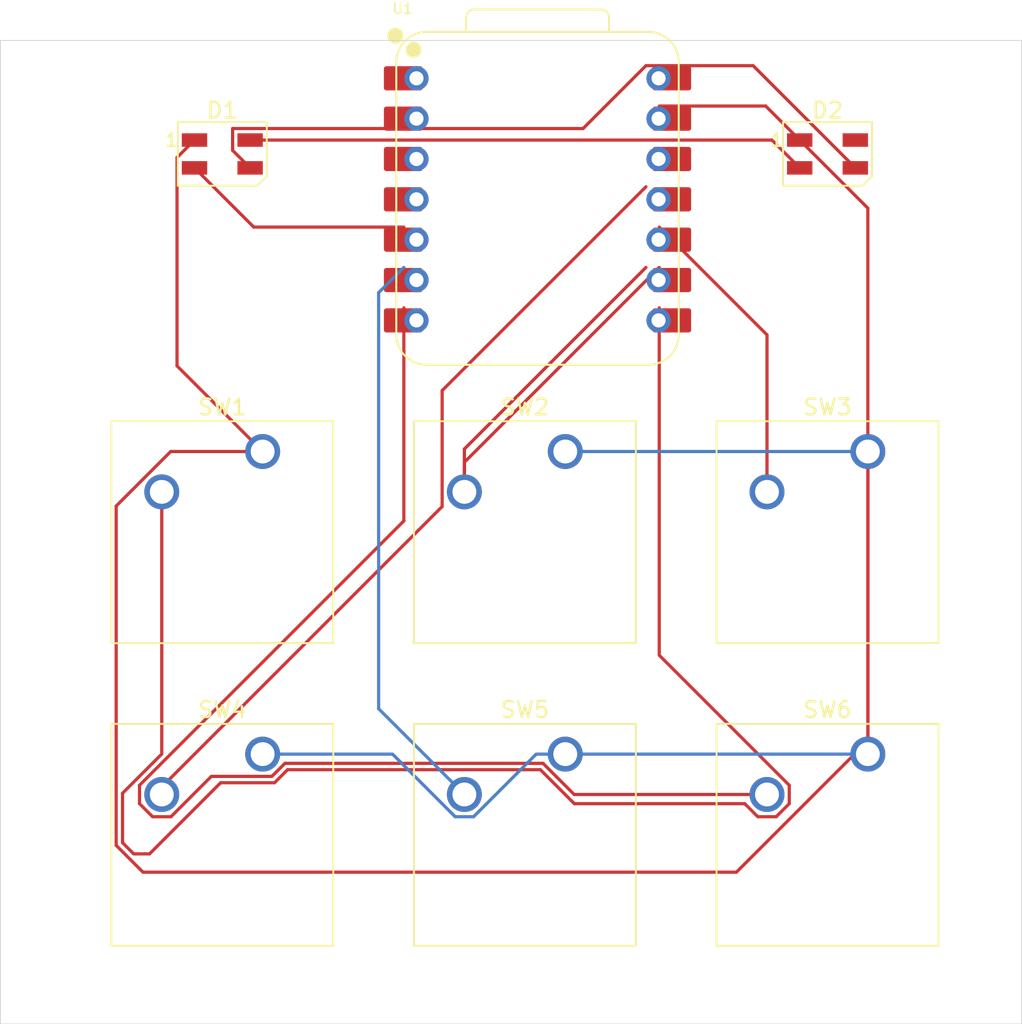
<source format=kicad_pcb>
(kicad_pcb (version 20241229) (generator "pcbnew") (generator_version "9.0")
  (layers (0 "F.Cu" signal) (2 "B.Cu" signal) (13 "F.Paste" user) (15 "B.Paste" user) (5 "F.SilkS" user "F.Silkscreen") (7 "B.SilkS" user "B.Silkscreen") (1 "F.Mask" user) (3 "B.Mask" user) (25 "Edge.Cuts" user))
  (net 0 "")
  (net 1 "GND")
  (net 2 "+5V")
  (net 3 "Net-(D1-VDD)")
  (net 4 "Net-(D1-VSS)")
  (net 6 "Net-(U1-GPIO1{slash}RX)")
  (net 7 "Net-(U1-GPIO2{slash}SCK)")
  (net 8 "Net-(U1-GPIO4{slash}MISO)")
  (net 9 "Net-(U1-GPIO3{slash}MOSI)")
  (net 15 "Net-(U1-GPIO7{slash}SCL)")
  (net 16 "Net-(U1-GPIO0{slash}TX)")
  (footprint "Button_Switch_Keyboard:SW_Cherry_MX_1.00u_PCB" (layer "F.Cu") (at 99.85375 116.36375)
    (property "Reference" "SW6" (at -2.54 -2.794 0) (layer "F.SilkS"))
    (property "Value" "SW_Push")
    (fp_line (start -9.525 -1.905) (end 4.445 -1.905) (stroke (width 0.12)) (layer "F.SilkS"))
    (fp_line (start -9.525 12.065) (end -9.525 -1.905) (stroke (width 0.12)) (layer "F.SilkS"))
    (fp_line (start 4.445 -1.905) (end 4.445 12.065) (stroke (width 0.12)) (layer "F.SilkS"))
    (fp_line (start 4.445 12.065) (end -9.525 12.065) (stroke (width 0.12)) (layer "F.SilkS"))
    (pad "" np_thru_hole circle (at -7.62 5.08) (size 1.7 1.7) (drill 1.7) (layers "*.Cu" "*.Mask"))
    (pad "" np_thru_hole circle (at -2.54 5.08) (size 4 4) (drill 4) (layers "*.Cu" "*.Mask"))
    (pad "" np_thru_hole circle (at 2.54 5.08) (size 1.7 1.7) (drill 1.7) (layers "*.Cu" "*.Mask"))
    (pad "1" thru_hole circle (at 0 0) (size 2.2 2.2) (drill 1.5) (layers "*.Cu" "*.Mask") (net 1 "GND"))
    (pad "2" thru_hole circle (at -6.35 2.54) (size 2.2 2.2) (drill 1.5) (layers "*.Cu" "*.Mask") (net 16 "Net-(U1-GPIO0{slash}TX)"))
  )
  (footprint "Button_Switch_Keyboard:SW_Cherry_MX_1.00u_PCB" (layer "F.Cu") (at 99.85375 97.31375)
    (property "Reference" "SW3" (at -2.54 -2.794 0) (layer "F.SilkS"))
    (property "Value" "SW_Push")
    (fp_line (start -9.525 -1.905) (end 4.445 -1.905) (stroke (width 0.12)) (layer "F.SilkS"))
    (fp_line (start -9.525 12.065) (end -9.525 -1.905) (stroke (width 0.12)) (layer "F.SilkS"))
    (fp_line (start 4.445 -1.905) (end 4.445 12.065) (stroke (width 0.12)) (layer "F.SilkS"))
    (fp_line (start 4.445 12.065) (end -9.525 12.065) (stroke (width 0.12)) (layer "F.SilkS"))
    (pad "" np_thru_hole circle (at -7.62 5.08) (size 1.7 1.7) (drill 1.7) (layers "*.Cu" "*.Mask"))
    (pad "" np_thru_hole circle (at -2.54 5.08) (size 4 4) (drill 4) (layers "*.Cu" "*.Mask"))
    (pad "" np_thru_hole circle (at 2.54 5.08) (size 1.7 1.7) (drill 1.7) (layers "*.Cu" "*.Mask"))
    (pad "1" thru_hole circle (at 0 0) (size 2.2 2.2) (drill 1.5) (layers "*.Cu" "*.Mask") (net 1 "GND"))
    (pad "2" thru_hole circle (at -6.35 2.54) (size 2.2 2.2) (drill 1.5) (layers "*.Cu" "*.Mask") (net 8 "Net-(U1-GPIO4{slash}MISO)"))
  )
  (footprint "LED_SMD:LED_SK6812MINI_PLCC4_3.5x3.5mm_P1.75mm" (layer "F.Cu") (at 59.21375 78.58125)
    (property "Reference" "D1" (at 0 -2.75 0) (layer "F.SilkS"))
    (property "Value" "SK6812MINI")
    (fp_line (start -2.8 -2) (end -2.8 2) (stroke (width 0.12)) (layer "F.SilkS"))
    (fp_line (start -2.8 -2) (end 2.8 -2) (stroke (width 0.12)) (layer "F.SilkS"))
    (fp_line (start -2.8 2) (end 2.2 2) (stroke (width 0.12)) (layer "F.SilkS"))
    (fp_line (start 2.8 1.4) (end 2.2 2) (stroke (width 0.12)) (layer "F.SilkS"))
    (fp_line (start 2.8 1.4) (end 2.8 -2) (stroke (width 0.12)) (layer "F.SilkS"))
    (fp_text user "1" (at -3.2 -0.875 0) (layer "F.SilkS") (effects (font (size 0.8 0.8))))
    (pad "1" smd rect (at -1.75 -0.875) (size 1.6 0.85) (layers "F.Cu" "F.Mask" "F.Paste") (net 1 "GND"))
    (pad "2" smd rect (at -1.75 0.875) (size 1.6 0.85) (layers "F.Cu" "F.Mask" "F.Paste") (net 4 "Net-(D1-VSS)"))
    (pad "3" smd rect (at 1.75 0.875) (size 1.6 0.85) (layers "F.Cu" "F.Mask" "F.Paste") (net 2 "+5V"))
    (pad "4" smd rect (at 1.75 -0.875) (size 1.6 0.85) (layers "F.Cu" "F.Mask" "F.Paste") (net 3 "Net-(D1-VDD)"))
  )
  (footprint "Button_Switch_Keyboard:SW_Cherry_MX_1.00u_PCB" (layer "F.Cu") (at 61.75375 97.31375)
    (property "Reference" "SW1" (at -2.54 -2.794 0) (layer "F.SilkS"))
    (property "Value" "SW_Push")
    (fp_line (start -9.525 -1.905) (end 4.445 -1.905) (stroke (width 0.12)) (layer "F.SilkS"))
    (fp_line (start -9.525 12.065) (end -9.525 -1.905) (stroke (width 0.12)) (layer "F.SilkS"))
    (fp_line (start 4.445 -1.905) (end 4.445 12.065) (stroke (width 0.12)) (layer "F.SilkS"))
    (fp_line (start 4.445 12.065) (end -9.525 12.065) (stroke (width 0.12)) (layer "F.SilkS"))
    (pad "" np_thru_hole circle (at -7.62 5.08) (size 1.7 1.7) (drill 1.7) (layers "*.Cu" "*.Mask"))
    (pad "" np_thru_hole circle (at -2.54 5.08) (size 4 4) (drill 4) (layers "*.Cu" "*.Mask"))
    (pad "" np_thru_hole circle (at 2.54 5.08) (size 1.7 1.7) (drill 1.7) (layers "*.Cu" "*.Mask"))
    (pad "1" thru_hole circle (at 0 0) (size 2.2 2.2) (drill 1.5) (layers "*.Cu" "*.Mask") (net 1 "GND"))
    (pad "2" thru_hole circle (at -6.35 2.54) (size 2.2 2.2) (drill 1.5) (layers "*.Cu" "*.Mask") (net 6 "Net-(U1-GPIO1{slash}RX)"))
  )
  (footprint "OPL Library:XIAO-RP2040-DIP" (layer "F.Cu") (at 79.0575 81.43875)
    (property "Reference" "U1" (at -8.5 -12 0) (layer "F.SilkS") (effects (font (size 0.635 0.635) (thickness 0.1016))))
    (property "Value" "XIAO-RP2040-DIP")
    (fp_line (start -8.89 8.509) (end -8.89 -8.636) (stroke (width 0.127)) (layer "F.SilkS"))
    (fp_line (start -6.985 10.414) (end 6.985 10.414) (stroke (width 0.127)) (layer "F.SilkS"))
    (fp_line (start -4.495 -10.541) (end -4.491272 -11.451272) (stroke (width 0.127)) (layer "F.SilkS"))
    (fp_line (start -3.991272 -11.951) (end 4.004 -11.951) (stroke (width 0.127)) (layer "F.SilkS"))
    (fp_line (start 4.504 -11.451) (end 4.504 -10.541) (stroke (width 0.127)) (layer "F.SilkS"))
    (fp_line (start 6.985 -10.541) (end -6.985 -10.541) (stroke (width 0.1)) (layer "F.SilkS"))
    (fp_line (start 6.985 -10.541) (end -6.985 -10.541) (stroke (width 0.127)) (layer "F.SilkS"))
    (fp_line (start 8.89 8.509) (end 8.89 -8.636) (stroke (width 0.127)) (layer "F.SilkS"))
    (fp_arc (start -8.89 -8.636) (mid -8.332038 -9.983038) (end -6.985 -10.541) (stroke (width 0.127)) (layer "F.SilkS"))
    (fp_arc (start -6.985 10.414) (mid -8.332038 9.856038) (end -8.89 8.509) (stroke (width 0.127)) (layer "F.SilkS"))
    (fp_arc (start -4.491272 -11.451272) (mid -4.344728 -11.80464) (end -3.991272 -11.951) (stroke (width 0.127)) (layer "F.SilkS"))
    (fp_arc (start 4.004 -11.951) (mid 4.357553 -11.804553) (end 4.504 -11.451) (stroke (width 0.127)) (layer "F.SilkS"))
    (fp_arc (start 6.985 -10.541) (mid 8.332038 -9.983038) (end 8.89 -8.636) (stroke (width 0.127)) (layer "F.SilkS"))
    (fp_arc (start 8.89 8.509) (mid 8.332038 9.856038) (end 6.985 10.414) (stroke (width 0.127)) (layer "F.SilkS"))
    (fp_circle (center -8.95 -10.3) (end -8.95 -10.554) (stroke (width 0.5)) (fill yes) (layer "F.SilkS"))
    (fp_circle (center -7.807 -9.42) (end -7.807 -9.674) (stroke (width 0.5)) (fill yes) (layer "F.SilkS"))
    (pad "1" smd roundrect (at -8.455 -7.62 180) (size 2.432 1.524) (layers "F.Cu" "F.Mask") (roundrect_rratio 0.1))
    (pad "1" thru_hole circle (at -7.62 -7.62 180) (size 1.524 1.524) (drill 0.889) (layers "*.Cu" "*.Mask"))
    (pad "2" smd roundrect (at -8.455 -5.08 180) (size 2.432 1.524) (layers "F.Cu" "F.Mask") (roundrect_rratio 0.1))
    (pad "2" thru_hole circle (at -7.62 -5.08 180) (size 1.524 1.524) (drill 0.889) (layers "*.Cu" "*.Mask"))
    (pad "3" smd roundrect (at -8.455 -2.54 180) (size 2.432 1.524) (layers "F.Cu" "F.Mask") (roundrect_rratio 0.1))
    (pad "3" thru_hole circle (at -7.62 -2.54 180) (size 1.524 1.524) (drill 0.889) (layers "*.Cu" "*.Mask"))
    (pad "4" smd roundrect (at -8.455 0 180) (size 2.432 1.524) (layers "F.Cu" "F.Mask") (roundrect_rratio 0.1))
    (pad "4" thru_hole circle (at -7.62 0 180) (size 1.524 1.524) (drill 0.889) (layers "*.Cu" "*.Mask"))
    (pad "5" smd roundrect (at -8.455 2.54 180) (size 2.432 1.524) (layers "F.Cu" "F.Mask") (roundrect_rratio 0.1) (net 4 "Net-(D1-VSS)"))
    (pad "5" thru_hole circle (at -7.62 2.54 180) (size 1.524 1.524) (drill 0.889) (layers "*.Cu" "*.Mask") (net 4 "Net-(D1-VSS)"))
    (pad "6" smd roundrect (at -8.455 5.08 180) (size 2.432 1.524) (layers "F.Cu" "F.Mask") (roundrect_rratio 0.1) (net 15 "Net-(U1-GPIO7{slash}SCL)"))
    (pad "6" thru_hole circle (at -7.62 5.08 180) (size 1.524 1.524) (drill 0.889) (layers "*.Cu" "*.Mask") (net 15 "Net-(U1-GPIO7{slash}SCL)"))
    (pad "7" smd roundrect (at -8.455 7.62 180) (size 2.432 1.524) (layers "F.Cu" "F.Mask") (roundrect_rratio 0.1) (net 16 "Net-(U1-GPIO0{slash}TX)"))
    (pad "7" thru_hole circle (at -7.62 7.62 180) (size 1.524 1.524) (drill 0.889) (layers "*.Cu" "*.Mask") (net 16 "Net-(U1-GPIO0{slash}TX)"))
    (pad "8" thru_hole circle (at 7.62 7.62) (size 1.524 1.524) (drill 0.889) (layers "*.Cu" "*.Mask") (net 6 "Net-(U1-GPIO1{slash}RX)"))
    (pad "8" smd roundrect (at 8.455 7.62) (size 2.432 1.524) (layers "F.Cu" "F.Mask") (roundrect_rratio 0.1) (net 6 "Net-(U1-GPIO1{slash}RX)"))
    (pad "9" thru_hole circle (at 7.62 5.08) (size 1.524 1.524) (drill 0.889) (layers "*.Cu" "*.Mask") (net 7 "Net-(U1-GPIO2{slash}SCK)"))
    (pad "9" smd roundrect (at 8.455 5.08) (size 2.432 1.524) (layers "F.Cu" "F.Mask") (roundrect_rratio 0.1) (net 7 "Net-(U1-GPIO2{slash}SCK)"))
    (pad "10" thru_hole circle (at 7.62 2.54) (size 1.524 1.524) (drill 0.889) (layers "*.Cu" "*.Mask") (net 8 "Net-(U1-GPIO4{slash}MISO)"))
    (pad "10" smd roundrect (at 8.455 2.54) (size 2.432 1.524) (layers "F.Cu" "F.Mask") (roundrect_rratio 0.1) (net 8 "Net-(U1-GPIO4{slash}MISO)"))
    (pad "11" thru_hole circle (at 7.62 0) (size 1.524 1.524) (drill 0.889) (layers "*.Cu" "*.Mask") (net 9 "Net-(U1-GPIO3{slash}MOSI)"))
    (pad "11" smd roundrect (at 8.455 0) (size 2.432 1.524) (layers "F.Cu" "F.Mask") (roundrect_rratio 0.1) (net 9 "Net-(U1-GPIO3{slash}MOSI)"))
    (pad "12" thru_hole circle (at 7.62 -2.54) (size 1.524 1.524) (drill 0.889) (layers "*.Cu" "*.Mask"))
    (pad "12" smd roundrect (at 8.455 -2.54) (size 2.432 1.524) (layers "F.Cu" "F.Mask") (roundrect_rratio 0.1))
    (pad "13" thru_hole circle (at 7.62 -5.08) (size 1.524 1.524) (drill 0.889) (layers "*.Cu" "*.Mask") (net 1 "GND"))
    (pad "13" smd roundrect (at 8.455 -5.08) (size 2.432 1.524) (layers "F.Cu" "F.Mask") (roundrect_rratio 0.1) (net 1 "GND"))
    (pad "14" thru_hole circle (at 7.62 -7.62) (size 1.524 1.524) (drill 0.889) (layers "*.Cu" "*.Mask") (net 2 "+5V"))
    (pad "14" smd roundrect (at 8.455 -7.62) (size 2.432 1.524) (layers "F.Cu" "F.Mask") (roundrect_rratio 0.1) (net 2 "+5V"))
  )
  (footprint "Button_Switch_Keyboard:SW_Cherry_MX_1.00u_PCB" (layer "F.Cu") (at 61.75375 116.36375)
    (property "Reference" "SW4" (at -2.54 -2.794 0) (layer "F.SilkS"))
    (property "Value" "SW_Push")
    (fp_line (start -9.525 -1.905) (end 4.445 -1.905) (stroke (width 0.12)) (layer "F.SilkS"))
    (fp_line (start -9.525 12.065) (end -9.525 -1.905) (stroke (width 0.12)) (layer "F.SilkS"))
    (fp_line (start 4.445 -1.905) (end 4.445 12.065) (stroke (width 0.12)) (layer "F.SilkS"))
    (fp_line (start 4.445 12.065) (end -9.525 12.065) (stroke (width 0.12)) (layer "F.SilkS"))
    (pad "" np_thru_hole circle (at -7.62 5.08) (size 1.7 1.7) (drill 1.7) (layers "*.Cu" "*.Mask"))
    (pad "" np_thru_hole circle (at -2.54 5.08) (size 4 4) (drill 4) (layers "*.Cu" "*.Mask"))
    (pad "" np_thru_hole circle (at 2.54 5.08) (size 1.7 1.7) (drill 1.7) (layers "*.Cu" "*.Mask"))
    (pad "1" thru_hole circle (at 0 0) (size 2.2 2.2) (drill 1.5) (layers "*.Cu" "*.Mask") (net 1 "GND"))
    (pad "2" thru_hole circle (at -6.35 2.54) (size 2.2 2.2) (drill 1.5) (layers "*.Cu" "*.Mask") (net 9 "Net-(U1-GPIO3{slash}MOSI)"))
  )
  (footprint "Button_Switch_Keyboard:SW_Cherry_MX_1.00u_PCB" (layer "F.Cu") (at 80.80375 116.36375)
    (property "Reference" "SW5" (at -2.54 -2.794 0) (layer "F.SilkS"))
    (property "Value" "SW_Push")
    (fp_line (start -9.525 -1.905) (end 4.445 -1.905) (stroke (width 0.12)) (layer "F.SilkS"))
    (fp_line (start -9.525 12.065) (end -9.525 -1.905) (stroke (width 0.12)) (layer "F.SilkS"))
    (fp_line (start 4.445 -1.905) (end 4.445 12.065) (stroke (width 0.12)) (layer "F.SilkS"))
    (fp_line (start 4.445 12.065) (end -9.525 12.065) (stroke (width 0.12)) (layer "F.SilkS"))
    (pad "" np_thru_hole circle (at -7.62 5.08) (size 1.7 1.7) (drill 1.7) (layers "*.Cu" "*.Mask"))
    (pad "" np_thru_hole circle (at -2.54 5.08) (size 4 4) (drill 4) (layers "*.Cu" "*.Mask"))
    (pad "" np_thru_hole circle (at 2.54 5.08) (size 1.7 1.7) (drill 1.7) (layers "*.Cu" "*.Mask"))
    (pad "1" thru_hole circle (at 0 0) (size 2.2 2.2) (drill 1.5) (layers "*.Cu" "*.Mask") (net 1 "GND"))
    (pad "2" thru_hole circle (at -6.35 2.54) (size 2.2 2.2) (drill 1.5) (layers "*.Cu" "*.Mask") (net 15 "Net-(U1-GPIO7{slash}SCL)"))
  )
  (footprint "Button_Switch_Keyboard:SW_Cherry_MX_1.00u_PCB" (layer "F.Cu") (at 80.80375 97.31375)
    (property "Reference" "SW2" (at -2.54 -2.794 0) (layer "F.SilkS"))
    (property "Value" "SW_Push")
    (fp_line (start -9.525 -1.905) (end 4.445 -1.905) (stroke (width 0.12)) (layer "F.SilkS"))
    (fp_line (start -9.525 12.065) (end -9.525 -1.905) (stroke (width 0.12)) (layer "F.SilkS"))
    (fp_line (start 4.445 -1.905) (end 4.445 12.065) (stroke (width 0.12)) (layer "F.SilkS"))
    (fp_line (start 4.445 12.065) (end -9.525 12.065) (stroke (width 0.12)) (layer "F.SilkS"))
    (pad "" np_thru_hole circle (at -7.62 5.08) (size 1.7 1.7) (drill 1.7) (layers "*.Cu" "*.Mask"))
    (pad "" np_thru_hole circle (at -2.54 5.08) (size 4 4) (drill 4) (layers "*.Cu" "*.Mask"))
    (pad "" np_thru_hole circle (at 2.54 5.08) (size 1.7 1.7) (drill 1.7) (layers "*.Cu" "*.Mask"))
    (pad "1" thru_hole circle (at 0 0) (size 2.2 2.2) (drill 1.5) (layers "*.Cu" "*.Mask") (net 1 "GND"))
    (pad "2" thru_hole circle (at -6.35 2.54) (size 2.2 2.2) (drill 1.5) (layers "*.Cu" "*.Mask") (net 7 "Net-(U1-GPIO2{slash}SCK)"))
  )
  (footprint "LED_SMD:LED_SK6812MINI_PLCC4_3.5x3.5mm_P1.75mm" (layer "F.Cu") (at 97.31375 78.58125)
    (property "Reference" "D2" (at 0 -2.75 0) (layer "F.SilkS"))
    (property "Value" "SK6812MINI")
    (fp_line (start -2.8 -2) (end -2.8 2) (stroke (width 0.12)) (layer "F.SilkS"))
    (fp_line (start -2.8 -2) (end 2.8 -2) (stroke (width 0.12)) (layer "F.SilkS"))
    (fp_line (start -2.8 2) (end 2.2 2) (stroke (width 0.12)) (layer "F.SilkS"))
    (fp_line (start 2.8 1.4) (end 2.2 2) (stroke (width 0.12)) (layer "F.SilkS"))
    (fp_line (start 2.8 1.4) (end 2.8 -2) (stroke (width 0.12)) (layer "F.SilkS"))
    (fp_text user "1" (at -3.2 -0.875 0) (layer "F.SilkS") (effects (font (size 0.8 0.8))))
    (pad "1" smd rect (at -1.75 -0.875) (size 1.6 0.85) (layers "F.Cu" "F.Mask" "F.Paste") (net 1 "GND"))
    (pad "2" smd rect (at -1.75 0.875) (size 1.6 0.85) (layers "F.Cu" "F.Mask" "F.Paste") (net 3 "Net-(D1-VDD)"))
    (pad "3" smd rect (at 1.75 0.875) (size 1.6 0.85) (layers "F.Cu" "F.Mask" "F.Paste") (net 2 "+5V"))
    (pad "4" smd rect (at 1.75 -0.875) (size 1.6 0.85) (layers "F.Cu" "F.Mask" "F.Paste"))
  )
  (gr_rect (start 45.24375 71.4375) (end 109.5375 133.35) (stroke (width 0.05)) (fill no) (layer "Edge.Cuts"))
  (segment (start 86.71875 75.565) (end 93.4225 75.565) (width 0.2) (layer "F.Cu") (net 1))
  (segment (start 54.21918 123.79475) (end 91.58122 123.79475) (width 0.2) (layer "F.Cu") (net 1))
  (segment (start 99.85375 97.31375) (end 99.85375 116.36375) (width 0.2) (layer "F.Cu") (net 1))
  (segment (start 99.85375 115.52222) (end 99.85375 97.31375) (width 0.2) (layer "F.Cu") (net 1))
  (segment (start 52.53175 100.744436) (end 52.53175 122.10732) (width 0.2) (layer "F.Cu") (net 1))
  (segment (start 61.75375 97.31375) (end 55.962436 97.31375) (width 0.2) (layer "F.Cu") (net 1))
  (segment (start 99.85375 81.99625) (end 99.85375 97.31375) (width 0.2) (layer "F.Cu") (net 1))
  (segment (start 55.962436 97.31375) (end 52.53175 100.744436) (width 0.2) (layer "F.Cu") (net 1))
  (segment (start 57.46375 77.70625) (end 56.36275 78.80725) (width 0.2) (layer "F.Cu") (net 1))
  (segment (start 52.53175 122.10732) (end 54.21918 123.79475) (width 0.2) (layer "F.Cu") (net 1))
  (segment (start 56.36275 78.80725) (end 56.36275 91.92275) (width 0.2) (layer "F.Cu") (net 1))
  (segment (start 91.58122 123.79475) (end 99.85375 115.52222) (width 0.2) (layer "F.Cu") (net 1))
  (segment (start 95.56375 77.70625) (end 99.85375 81.99625) (width 0.2) (layer "F.Cu") (net 1))
  (segment (start 93.4225 75.565) (end 95.56375 77.70625) (width 0.2) (layer "F.Cu") (net 1))
  (segment (start 56.36275 91.92275) (end 61.75375 97.31375) (width 0.2) (layer "F.Cu") (net 1))
  (segment (start 69.932436 116.36375) (end 73.873436 120.30475) (width 0.2) (layer "B.Cu") (net 1))
  (segment (start 73.873436 120.30475) (end 75.034064 120.30475) (width 0.2) (layer "B.Cu") (net 1))
  (segment (start 80.80375 116.36375) (end 99.85375 116.36375) (width 0.2) (layer "B.Cu") (net 1))
  (segment (start 61.75375 116.36375) (end 69.932436 116.36375) (width 0.2) (layer "B.Cu") (net 1))
  (segment (start 78.975064 116.36375) (end 80.80375 116.36375) (width 0.2) (layer "B.Cu") (net 1))
  (segment (start 75.034064 120.30475) (end 78.975064 116.36375) (width 0.2) (layer "B.Cu") (net 1))
  (segment (start 99.85375 97.31375) (end 80.80375 97.31375) (width 0.2) (layer "B.Cu") (net 1))
  (segment (start 60.96375 79.45625) (end 59.86275 78.35525) (width 0.2) (layer "F.Cu") (net 2))
  (segment (start 85.88375 73.025) (end 86.71875 73.025) (width 0.2) (layer "F.Cu") (net 2))
  (segment (start 81.9285 76.98025) (end 85.88375 73.025) (width 0.2) (layer "F.Cu") (net 2))
  (segment (start 59.86275 76.98025) (end 81.9285 76.98025) (width 0.2) (layer "F.Cu") (net 2))
  (segment (start 59.86275 78.35525) (end 59.86275 76.98025) (width 0.2) (layer "F.Cu") (net 2))
  (segment (start 92.6325 73.025) (end 99.06375 79.45625) (width 0.2) (layer "F.Cu") (net 2))
  (segment (start 86.71875 73.025) (end 92.6325 73.025) (width 0.2) (layer "F.Cu") (net 2))
  (segment (start 95.56375 79.45625) (end 93.81375 77.70625) (width 0.2) (layer "F.Cu") (net 3))
  (segment (start 93.81375 77.70625) (end 60.96375 77.70625) (width 0.2) (layer "F.Cu") (net 3))
  (segment (start 61.1925 83.185) (end 70.64375 83.185) (width 0.2) (layer "F.Cu") (net 4))
  (segment (start 57.46375 79.45625) (end 61.1925 83.185) (width 0.2) (layer "F.Cu") (net 4))
  (segment (start 55.40375 116.355336) (end 52.93275 118.826336) (width 0.2) (layer "F.Cu") (net 6))
  (segment (start 54.63122 122.64475) (end 59.11022 118.16575) (width 0.2) (layer "F.Cu") (net 6))
  (segment (start 52.93275 121.94122) (end 53.63628 122.64475) (width 0.2) (layer "F.Cu") (net 6))
  (segment (start 94.084064 120.30475) (end 94.90475 119.484064) (width 0.2) (layer "F.Cu") (net 6))
  (segment (start 52.93275 118.826336) (end 52.93275 121.94122) (width 0.2) (layer "F.Cu") (net 6))
  (segment (start 79.23665 117.345064) (end 81.37565 119.484064) (width 0.2) (layer "F.Cu") (net 6))
  (segment (start 81.37565 119.484064) (end 92.10275 119.484064) (width 0.2) (layer "F.Cu") (net 6))
  (segment (start 55.40375 99.85375) (end 55.40375 116.355336) (width 0.2) (layer "F.Cu") (net 6))
  (segment (start 53.63628 122.64475) (end 54.63122 122.64475) (width 0.2) (layer "F.Cu") (net 6))
  (segment (start 92.10275 119.484064) (end 92.923436 120.30475) (width 0.2) (layer "F.Cu") (net 6))
  (segment (start 62.500164 118.16575) (end 63.32085 117.345064) (width 0.2) (layer "F.Cu") (net 6))
  (segment (start 59.11022 118.16575) (end 62.500164 118.16575) (width 0.2) (layer "F.Cu") (net 6))
  (segment (start 94.90475 118.323436) (end 86.71875 110.137436) (width 0.2) (layer "F.Cu") (net 6))
  (segment (start 94.90475 119.484064) (end 94.90475 118.323436) (width 0.2) (layer "F.Cu") (net 6))
  (segment (start 86.71875 110.137436) (end 86.71875 88.265) (width 0.2) (layer "F.Cu") (net 6))
  (segment (start 63.32085 117.345064) (end 79.23665 117.345064) (width 0.2) (layer "F.Cu") (net 6))
  (segment (start 92.923436 120.30475) (end 94.084064 120.30475) (width 0.2) (layer "F.Cu") (net 6))
  (segment (start 86.71875 85.725) (end 74.45375 97.99) (width 0.2) (layer "F.Cu") (net 7))
  (segment (start 74.45375 97.155) (end 85.88375 85.725) (width 0.2) (layer "F.Cu") (net 7))
  (segment (start 74.45375 99.85375) (end 74.45375 97.155) (width 0.2) (layer "F.Cu") (net 7))
  (segment (start 74.45375 97.99) (end 74.45375 99.85375) (width 0.2) (layer "F.Cu") (net 7))
  (segment (start 86.71875 83.185) (end 93.50375 89.97) (width 0.2) (layer "F.Cu") (net 8))
  (segment (start 93.50375 89.97) (end 93.50375 99.85375) (width 0.2) (layer "F.Cu") (net 8))
  (segment (start 55.40375 118.4275) (end 55.40375 118.90375) (width 0.2) (layer "F.Cu") (net 9))
  (segment (start 85.88375 80.645) (end 73.05275 93.476) (width 0.2) (layer "F.Cu") (net 9))
  (segment (start 73.05275 93.476) (end 73.05275 100.7785) (width 0.2) (layer "F.Cu") (net 9))
  (segment (start 73.05275 100.7785) (end 55.40375 118.4275) (width 0.2) (layer "F.Cu") (net 9))
  (segment (start 69.05625 87.3125) (end 70.64375 85.725) (width 0.2) (layer "B.Cu") (net 15))
  (segment (start 69.05625 113.50625) (end 69.05625 87.3125) (width 0.2) (layer "B.Cu") (net 15))
  (segment (start 74.45375 118.90375) (end 69.05625 113.50625) (width 0.2) (layer "B.Cu") (net 15))
  (segment (start 55.984064 120.30475) (end 58.524064 117.76475) (width 0.2) (layer "F.Cu") (net 16))
  (segment (start 81.362436 118.90375) (end 93.50375 118.90375) (width 0.2) (layer "F.Cu") (net 16))
  (segment (start 54.00275 118.323436) (end 54.00275 119.484064) (width 0.2) (layer "F.Cu") (net 16))
  (segment (start 58.524064 117.76475) (end 62.334064 117.76475) (width 0.2) (layer "F.Cu") (net 16))
  (segment (start 54.00275 119.484064) (end 54.823436 120.30475) (width 0.2) (layer "F.Cu") (net 16))
  (segment (start 54.823436 120.30475) (end 55.984064 120.30475) (width 0.2) (layer "F.Cu") (net 16))
  (segment (start 70.64375 101.682436) (end 54.00275 118.323436) (width 0.2) (layer "F.Cu") (net 16))
  (segment (start 79.40275 116.944064) (end 81.362436 118.90375) (width 0.2) (layer "F.Cu") (net 16))
  (segment (start 70.64375 88.265) (end 70.64375 101.682436) (width 0.2) (layer "F.Cu") (net 16))
  (segment (start 62.334064 117.76475) (end 63.15475 116.944064) (width 0.2) (layer "F.Cu") (net 16))
  (segment (start 63.15475 116.944064) (end 79.40275 116.944064) (width 0.2) (layer "F.Cu") (net 16))
)
</source>
